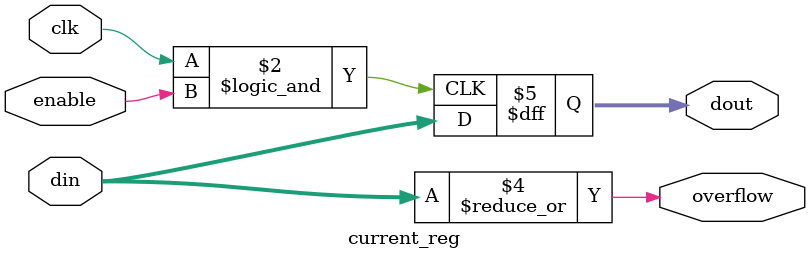
<source format=v>
`timescale 1ns / 1ps


module current_reg(
    input [50:0] din,
    input clk,
    input enable,
    output reg [50:0] dout,
    output reg overflow
    );
    
    always @(posedge clk && enable) begin
        dout <= din;
    end
    always @(dout)
        overflow <= |din;
endmodule

</source>
